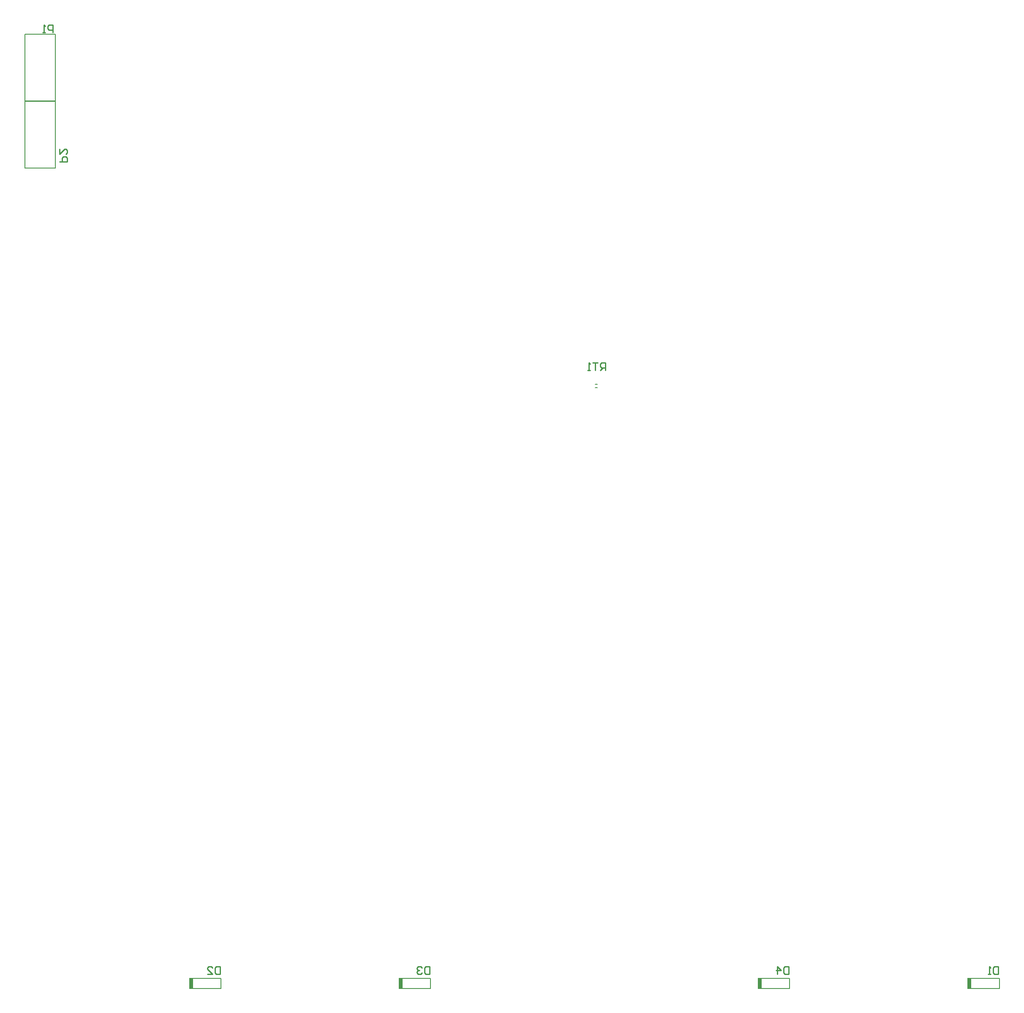
<source format=gbo>
%FSLAX25Y25*%
%MOIN*%
G70*
G01*
G75*
G04 Layer_Color=32896*
%ADD10R,0.06299X0.06299*%
%ADD11C,0.00800*%
%ADD12R,0.13900X8.43450*%
%ADD13R,0.12800X0.39900*%
%ADD14R,0.13700X8.34950*%
%ADD15C,0.06299*%
%ADD16C,0.01000*%
%ADD17C,0.12402*%
%ADD18C,0.02400*%
%ADD19R,0.02756X0.03543*%
%ADD20R,0.04724X0.06299*%
%ADD21R,0.08465X0.05906*%
%ADD22R,0.07874X0.05118*%
%ADD23C,0.02500*%
%ADD24C,0.01000*%
%ADD25R,8.76200X0.23800*%
%ADD26R,8.47300X0.35000*%
%ADD27C,0.06899*%
%ADD28C,0.01600*%
%ADD29C,0.13002*%
%ADD30R,0.03356X0.04143*%
%ADD31R,0.05324X0.06899*%
%ADD32R,0.09065X0.06506*%
%ADD33R,0.08474X0.05718*%
%ADD34R,0.07865X0.05306*%
%ADD35R,0.07274X0.04518*%
%ADD36C,0.00787*%
%ADD37C,0.00600*%
%ADD38R,0.02700X0.08700*%
D24*
X783880Y75348D02*
Y69350D01*
X780880D01*
X779881Y70350D01*
Y74348D01*
X780880Y75348D01*
X783880D01*
X777881Y69350D02*
X775882D01*
X776882D01*
Y75348D01*
X777881Y74348D01*
X169844Y75348D02*
Y69350D01*
X166845D01*
X165845Y70350D01*
Y74348D01*
X166845Y75348D01*
X169844D01*
X159847Y69350D02*
X163846D01*
X159847Y73349D01*
Y74348D01*
X160847Y75348D01*
X162846D01*
X163846Y74348D01*
X37903Y812756D02*
Y818754D01*
X34904D01*
X33904Y817754D01*
Y815755D01*
X34904Y814755D01*
X37903D01*
X31905Y812756D02*
X29905D01*
X30905D01*
Y818754D01*
X31905Y817754D01*
X43103Y710653D02*
X49101D01*
Y713652D01*
X48101Y714651D01*
X46102D01*
X45102Y713652D01*
Y710653D01*
X43103Y720649D02*
Y716651D01*
X47102Y720649D01*
X48101D01*
X49101Y719650D01*
Y717650D01*
X48101Y716651D01*
X473723Y545812D02*
Y551810D01*
X470724D01*
X469725Y550811D01*
Y548811D01*
X470724Y547812D01*
X473723D01*
X471724D02*
X469725Y545812D01*
X467725Y551810D02*
X463727D01*
X465726D01*
Y545812D01*
X461727D02*
X459728D01*
X460728D01*
Y551810D01*
X461727Y550811D01*
X335223Y75396D02*
Y69398D01*
X332224D01*
X331225Y70397D01*
Y74396D01*
X332224Y75396D01*
X335223D01*
X329225Y74396D02*
X328226Y75396D01*
X326226D01*
X325227Y74396D01*
Y73396D01*
X326226Y72397D01*
X327226D01*
X326226D01*
X325227Y71397D01*
Y70397D01*
X326226Y69398D01*
X328226D01*
X329225Y70397D01*
X618523Y75296D02*
Y69298D01*
X615524D01*
X614525Y70297D01*
Y74296D01*
X615524Y75296D01*
X618523D01*
X609526Y69298D02*
Y75296D01*
X612525Y72297D01*
X608527D01*
D36*
X465736Y535090D02*
X467311D01*
X465736Y532334D02*
X467311D01*
D37*
X170494Y57948D02*
Y66048D01*
X148094Y57948D02*
X170494D01*
X148094D02*
Y66048D01*
X170494D01*
X762200D02*
X784600D01*
X762200Y57948D02*
Y66048D01*
Y57948D02*
X784600D01*
Y66048D01*
X39835Y705716D02*
Y758416D01*
X15635D02*
X39835D01*
X15635Y705716D02*
Y758416D01*
Y705716D02*
X39835D01*
X15635Y758520D02*
X39835D01*
X15635D02*
Y811220D01*
X39835D01*
Y758520D02*
Y811220D01*
X313500Y66048D02*
X335900D01*
X313500Y57948D02*
Y66048D01*
Y57948D02*
X335900D01*
Y66048D01*
X596800D02*
X619200D01*
X596800Y57948D02*
Y66048D01*
Y57948D02*
X619200D01*
Y66048D01*
D38*
X146744Y61998D02*
D03*
X760850D02*
D03*
X312150D02*
D03*
X595450D02*
D03*
M02*

</source>
